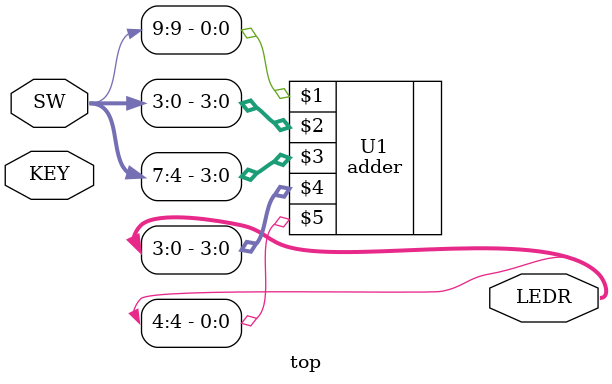
<source format=sv>

`default_nettype none

module top (KEY, SW, LEDR);
    input  logic [ 3: 0] KEY;        // DE-series pushbuttons
    input  logic [ 9: 0] SW;         // DE-series switches
    output logic [ 9: 0] LEDR;       // DE-series LEDs

    adder U1 (SW[9], SW[3:0], SW[7:4], LEDR[3:0], LEDR[4]);

endmodule


</source>
